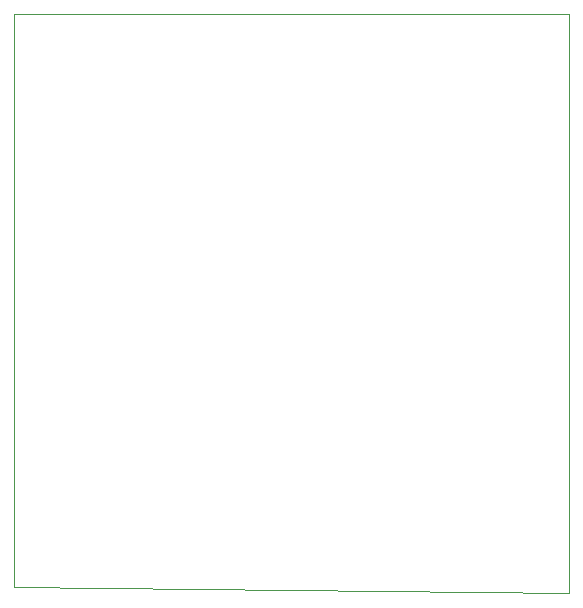
<source format=gm1>
%TF.GenerationSoftware,KiCad,Pcbnew,8.0.1*%
%TF.CreationDate,2024-10-27T16:12:31-04:00*%
%TF.ProjectId,audio amplifier,61756469-6f20-4616-9d70-6c6966696572,rev?*%
%TF.SameCoordinates,Original*%
%TF.FileFunction,Profile,NP*%
%FSLAX46Y46*%
G04 Gerber Fmt 4.6, Leading zero omitted, Abs format (unit mm)*
G04 Created by KiCad (PCBNEW 8.0.1) date 2024-10-27 16:12:31*
%MOMM*%
%LPD*%
G01*
G04 APERTURE LIST*
%TA.AperFunction,Profile*%
%ADD10C,0.050000*%
%TD*%
G04 APERTURE END LIST*
D10*
X93500000Y-60500000D02*
X140500000Y-60500000D01*
X93500000Y-109000000D02*
X140500000Y-109500000D01*
X140500000Y-60500000D02*
X140500000Y-109500000D01*
X93500000Y-60500000D02*
X93500000Y-109000000D01*
M02*

</source>
